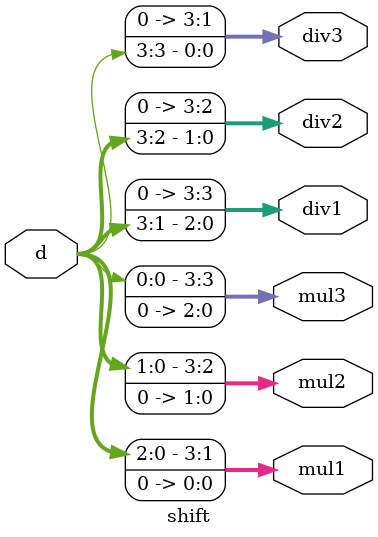
<source format=v>
module shift (d, mul1, mul2, mul3, div1, div2, div3);
  input [3:0] d;
  output [3:0] mul1, mul2, mul3, div1, div2, div3;

  parameter b1 = 1;
  parameter b2 = 2;
  parameter b3 = 3;

  assign mul1 = d << b1;
  assign mul2 = d << b2;
  assign mul3 = d << b3;
  assign div1 = (d >> b1);
  assign div2 = (d >> b2);
  assign div3 = (d >> b3);

endmodule // shift

</source>
